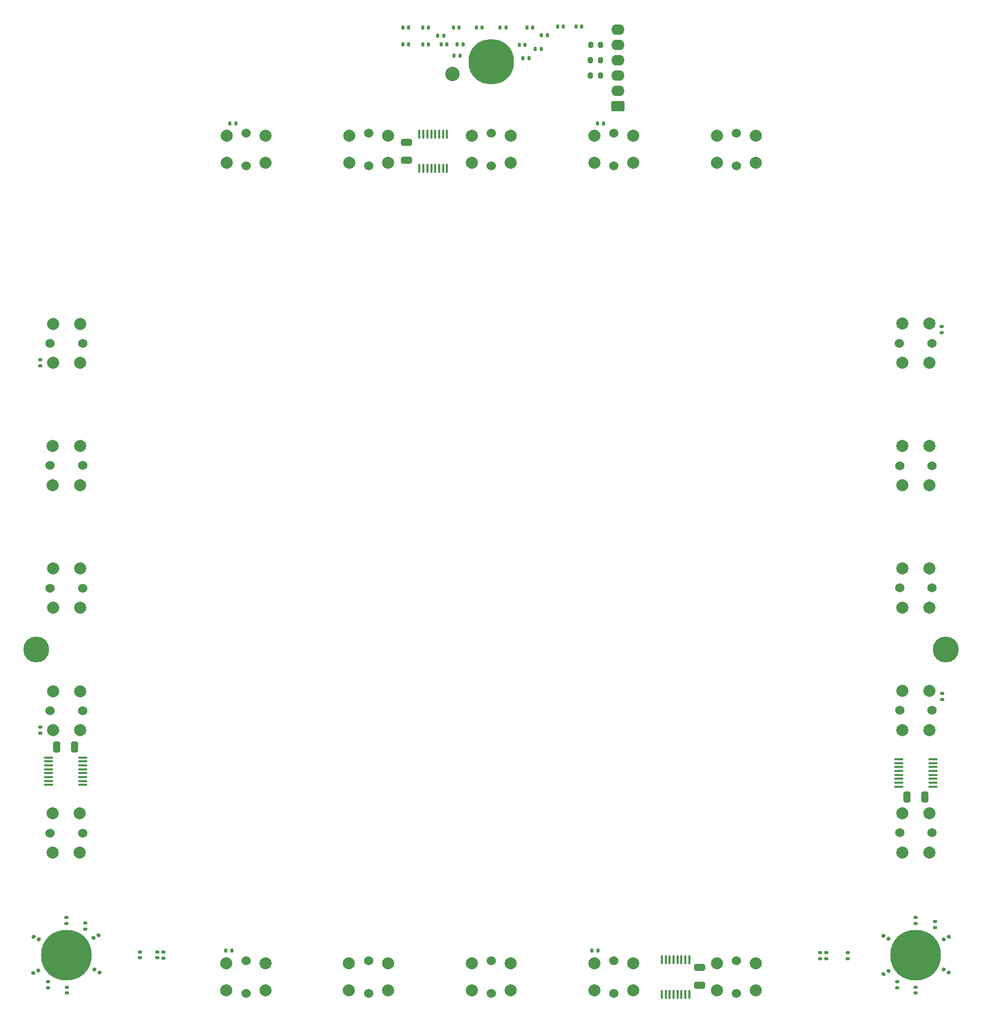
<source format=gbr>
%TF.GenerationSoftware,KiCad,Pcbnew,(6.0.9)*%
%TF.CreationDate,2023-01-21T08:26:38-09:00*%
%TF.ProjectId,DDI,4444492e-6b69-4636-9164-5f7063625858,rev?*%
%TF.SameCoordinates,Original*%
%TF.FileFunction,Soldermask,Top*%
%TF.FilePolarity,Negative*%
%FSLAX46Y46*%
G04 Gerber Fmt 4.6, Leading zero omitted, Abs format (unit mm)*
G04 Created by KiCad (PCBNEW (6.0.9)) date 2023-01-21 08:26:38*
%MOMM*%
%LPD*%
G01*
G04 APERTURE LIST*
G04 Aperture macros list*
%AMRoundRect*
0 Rectangle with rounded corners*
0 $1 Rounding radius*
0 $2 $3 $4 $5 $6 $7 $8 $9 X,Y pos of 4 corners*
0 Add a 4 corners polygon primitive as box body*
4,1,4,$2,$3,$4,$5,$6,$7,$8,$9,$2,$3,0*
0 Add four circle primitives for the rounded corners*
1,1,$1+$1,$2,$3*
1,1,$1+$1,$4,$5*
1,1,$1+$1,$6,$7*
1,1,$1+$1,$8,$9*
0 Add four rect primitives between the rounded corners*
20,1,$1+$1,$2,$3,$4,$5,0*
20,1,$1+$1,$4,$5,$6,$7,0*
20,1,$1+$1,$6,$7,$8,$9,0*
20,1,$1+$1,$8,$9,$2,$3,0*%
G04 Aperture macros list end*
%ADD10RoundRect,0.100000X0.100000X-0.637500X0.100000X0.637500X-0.100000X0.637500X-0.100000X-0.637500X0*%
%ADD11RoundRect,0.100000X-0.637500X-0.100000X0.637500X-0.100000X0.637500X0.100000X-0.637500X0.100000X0*%
%ADD12RoundRect,0.100000X0.637500X0.100000X-0.637500X0.100000X-0.637500X-0.100000X0.637500X-0.100000X0*%
%ADD13RoundRect,0.100000X-0.100000X0.637500X-0.100000X-0.637500X0.100000X-0.637500X0.100000X0.637500X0*%
%ADD14RoundRect,0.200000X-0.200000X-0.275000X0.200000X-0.275000X0.200000X0.275000X-0.200000X0.275000X0*%
%ADD15RoundRect,0.250000X-0.650000X0.325000X-0.650000X-0.325000X0.650000X-0.325000X0.650000X0.325000X0*%
%ADD16RoundRect,0.250000X0.325000X0.650000X-0.325000X0.650000X-0.325000X-0.650000X0.325000X-0.650000X0*%
%ADD17RoundRect,0.250000X0.650000X-0.325000X0.650000X0.325000X-0.650000X0.325000X-0.650000X-0.325000X0*%
%ADD18RoundRect,0.250000X-0.325000X-0.650000X0.325000X-0.650000X0.325000X0.650000X-0.325000X0.650000X0*%
%ADD19RoundRect,0.135000X-0.135000X-0.185000X0.135000X-0.185000X0.135000X0.185000X-0.135000X0.185000X0*%
%ADD20RoundRect,0.135000X-0.185000X0.135000X-0.185000X-0.135000X0.185000X-0.135000X0.185000X0.135000X0*%
%ADD21RoundRect,0.135000X0.185000X-0.135000X0.185000X0.135000X-0.185000X0.135000X-0.185000X-0.135000X0*%
%ADD22RoundRect,0.135000X0.135000X0.185000X-0.135000X0.185000X-0.135000X-0.185000X0.135000X-0.185000X0*%
%ADD23RoundRect,0.147500X0.147500X0.172500X-0.147500X0.172500X-0.147500X-0.172500X0.147500X-0.172500X0*%
%ADD24RoundRect,0.147500X-0.147500X-0.172500X0.147500X-0.172500X0.147500X0.172500X-0.147500X0.172500X0*%
%ADD25RoundRect,0.147500X0.172500X-0.147500X0.172500X0.147500X-0.172500X0.147500X-0.172500X-0.147500X0*%
%ADD26RoundRect,0.147500X0.213989X0.075639X-0.041489X0.223139X-0.213989X-0.075639X0.041489X-0.223139X0*%
%ADD27RoundRect,0.147500X0.041489X0.223139X-0.213989X0.075639X-0.041489X-0.223139X0.213989X-0.075639X0*%
%ADD28RoundRect,0.147500X-0.172500X0.147500X-0.172500X-0.147500X0.172500X-0.147500X0.172500X0.147500X0*%
%ADD29RoundRect,0.147500X-0.213989X-0.075639X0.041489X-0.223139X0.213989X0.075639X-0.041489X0.223139X0*%
%ADD30RoundRect,0.147500X-0.041489X-0.223139X0.213989X-0.075639X0.041489X0.223139X-0.213989X0.075639X0*%
%ADD31C,2.000000*%
%ADD32C,1.524000*%
%ADD33C,4.300000*%
%ADD34C,8.400000*%
%ADD35C,7.540752*%
%ADD36C,2.381250*%
%ADD37RoundRect,0.249999X0.845001X-0.620001X0.845001X0.620001X-0.845001X0.620001X-0.845001X-0.620001X0*%
%ADD38O,2.190000X1.740000*%
G04 APERTURE END LIST*
D10*
%TO.C,U1*%
X67214831Y-24874154D03*
X67864831Y-24874154D03*
X68514831Y-24874154D03*
X69164831Y-24874154D03*
X69814831Y-24874154D03*
X70464831Y-24874154D03*
X71114831Y-24874154D03*
X71764831Y-24874154D03*
X71764831Y-19149154D03*
X71114831Y-19149154D03*
X70464831Y-19149154D03*
X69814831Y-19149154D03*
X69164831Y-19149154D03*
X68514831Y-19149154D03*
X67864831Y-19149154D03*
X67214831Y-19149154D03*
%TD*%
D11*
%TO.C,U2*%
X5667331Y-122606654D03*
X5667331Y-123256654D03*
X5667331Y-123906654D03*
X5667331Y-124556654D03*
X5667331Y-125206654D03*
X5667331Y-125856654D03*
X5667331Y-126506654D03*
X5667331Y-127156654D03*
X11392331Y-127156654D03*
X11392331Y-126506654D03*
X11392331Y-125856654D03*
X11392331Y-125206654D03*
X11392331Y-124556654D03*
X11392331Y-123906654D03*
X11392331Y-123256654D03*
X11392331Y-122606654D03*
%TD*%
D12*
%TO.C,U3*%
X152362331Y-127436054D03*
X152362331Y-126786054D03*
X152362331Y-126136054D03*
X152362331Y-125486054D03*
X152362331Y-124836054D03*
X152362331Y-124186054D03*
X152362331Y-123536054D03*
X152362331Y-122886054D03*
X146637331Y-122886054D03*
X146637331Y-123536054D03*
X146637331Y-124186054D03*
X146637331Y-124836054D03*
X146637331Y-125486054D03*
X146637331Y-126136054D03*
X146637331Y-126786054D03*
X146637331Y-127436054D03*
%TD*%
D13*
%TO.C,U4*%
X111947631Y-156156754D03*
X111297631Y-156156754D03*
X110647631Y-156156754D03*
X109997631Y-156156754D03*
X109347631Y-156156754D03*
X108697631Y-156156754D03*
X108047631Y-156156754D03*
X107397631Y-156156754D03*
X107397631Y-161881754D03*
X108047631Y-161881754D03*
X108697631Y-161881754D03*
X109347631Y-161881754D03*
X109997631Y-161881754D03*
X110647631Y-161881754D03*
X111297631Y-161881754D03*
X111947631Y-161881754D03*
%TD*%
D14*
%TO.C,R1*%
X95610066Y-4325914D03*
X97260066Y-4325914D03*
%TD*%
%TO.C,R2*%
X95547066Y-6865914D03*
X97197066Y-6865914D03*
%TD*%
%TO.C,R3*%
X95547066Y-9405914D03*
X97197066Y-9405914D03*
%TD*%
D15*
%TO.C,C1*%
X65044831Y-20536654D03*
X65044831Y-23486654D03*
%TD*%
D16*
%TO.C,C2*%
X10004831Y-120817654D03*
X7054831Y-120817654D03*
%TD*%
D17*
%TO.C,C3*%
X113685831Y-160392654D03*
X113685831Y-157442654D03*
%TD*%
D18*
%TO.C,C4*%
X148024831Y-129136154D03*
X150974831Y-129136154D03*
%TD*%
D19*
%TO.C,R4*%
X35769331Y-17376154D03*
X36789331Y-17376154D03*
%TD*%
%TO.C,R5*%
X96729331Y-17376154D03*
X97749331Y-17376154D03*
%TD*%
D20*
%TO.C,R6*%
X153817831Y-51092654D03*
X153817831Y-52112654D03*
%TD*%
%TO.C,R7*%
X153881331Y-111925654D03*
X153881331Y-112945654D03*
%TD*%
D19*
%TO.C,R8*%
X35070831Y-154663154D03*
X36090831Y-154663154D03*
%TD*%
%TO.C,R9*%
X95776831Y-154663154D03*
X96796831Y-154663154D03*
%TD*%
D21*
%TO.C,R10*%
X4338831Y-57637154D03*
X4338831Y-56617154D03*
%TD*%
%TO.C,R11*%
X4338831Y-118597154D03*
X4338831Y-117577154D03*
%TD*%
D22*
%TO.C,R12*%
X71271831Y-2834654D03*
X70251831Y-2834654D03*
%TD*%
%TO.C,R13*%
X73936831Y-6136654D03*
X72916831Y-6136654D03*
%TD*%
D19*
%TO.C,R14*%
X87394831Y-2707654D03*
X88414831Y-2707654D03*
%TD*%
%TO.C,R15*%
X86378831Y-4993654D03*
X87398831Y-4993654D03*
%TD*%
D20*
%TO.C,R16*%
X5608831Y-159804654D03*
X5608831Y-160824654D03*
%TD*%
D21*
%TO.C,R17*%
X11831831Y-151045654D03*
X11831831Y-150025654D03*
%TD*%
%TO.C,R18*%
X24785831Y-155871654D03*
X24785831Y-154851654D03*
%TD*%
D20*
%TO.C,R19*%
X146451831Y-159804654D03*
X146451831Y-160824654D03*
%TD*%
D21*
%TO.C,R20*%
X152674831Y-150791654D03*
X152674831Y-149771654D03*
%TD*%
%TO.C,R21*%
X133624831Y-155998654D03*
X133624831Y-154978654D03*
%TD*%
D23*
%TO.C,D1*%
X65402831Y-1437654D03*
X64432831Y-1437654D03*
%TD*%
%TO.C,D2*%
X68704831Y-1437654D03*
X67734831Y-1437654D03*
%TD*%
%TO.C,D3*%
X73807831Y-1437654D03*
X72837831Y-1437654D03*
%TD*%
%TO.C,D4*%
X77594831Y-1437654D03*
X76624831Y-1437654D03*
%TD*%
%TO.C,D5*%
X65402831Y-4231654D03*
X64432831Y-4231654D03*
%TD*%
%TO.C,D6*%
X68704831Y-4231654D03*
X67734831Y-4231654D03*
%TD*%
%TO.C,D7*%
X71775831Y-4231654D03*
X70805831Y-4231654D03*
%TD*%
%TO.C,D8*%
X74442831Y-4231654D03*
X73472831Y-4231654D03*
%TD*%
D24*
%TO.C,D9*%
X93134831Y-1310654D03*
X94104831Y-1310654D03*
%TD*%
%TO.C,D10*%
X90086831Y-1310654D03*
X91056831Y-1310654D03*
%TD*%
%TO.C,D11*%
X85006831Y-1437654D03*
X85976831Y-1437654D03*
%TD*%
%TO.C,D12*%
X80561831Y-1437654D03*
X81531831Y-1437654D03*
%TD*%
%TO.C,D13*%
X84371831Y-6517654D03*
X85341831Y-6517654D03*
%TD*%
D23*
%TO.C,D14*%
X84706831Y-4358654D03*
X83736831Y-4358654D03*
%TD*%
D25*
%TO.C,D17*%
X8656831Y-150131654D03*
X8656831Y-149161654D03*
%TD*%
D26*
%TO.C,D18*%
X4123853Y-152810154D03*
X3283809Y-152325154D03*
%TD*%
D27*
%TO.C,D19*%
X3996853Y-157913154D03*
X3156809Y-158398154D03*
%TD*%
D28*
%TO.C,D20*%
X8783831Y-160718654D03*
X8783831Y-161688654D03*
%TD*%
D29*
%TO.C,D21*%
X13316809Y-157786154D03*
X14156853Y-158271154D03*
%TD*%
D30*
%TO.C,D22*%
X13189809Y-152556154D03*
X14029853Y-152071154D03*
%TD*%
D25*
%TO.C,D23*%
X20848831Y-155846654D03*
X20848831Y-154876654D03*
%TD*%
%TO.C,D24*%
X23769831Y-155846654D03*
X23769831Y-154876654D03*
%TD*%
%TO.C,D25*%
X149499831Y-150131654D03*
X149499831Y-149161654D03*
%TD*%
D26*
%TO.C,D26*%
X144966853Y-152683154D03*
X144126809Y-152198154D03*
%TD*%
D27*
%TO.C,D27*%
X144966853Y-158040154D03*
X144126809Y-158525154D03*
%TD*%
D28*
%TO.C,D28*%
X149499831Y-160718654D03*
X149499831Y-161688654D03*
%TD*%
D29*
%TO.C,D29*%
X154159809Y-157786154D03*
X154999853Y-158271154D03*
%TD*%
D30*
%TO.C,D30*%
X154159809Y-152810154D03*
X154999853Y-152325154D03*
%TD*%
D25*
%TO.C,D31*%
X138196831Y-155973654D03*
X138196831Y-155003654D03*
%TD*%
%TO.C,D32*%
X134640831Y-155973654D03*
X134640831Y-155003654D03*
%TD*%
D31*
%TO.C,SW1*%
X35215706Y-23933554D03*
X41715706Y-23933554D03*
X35215706Y-19433554D03*
X41715706Y-19433554D03*
D32*
X38465706Y-18983554D03*
X38465706Y-24383554D03*
%TD*%
D31*
%TO.C,SW2*%
X55535706Y-23933554D03*
X62035706Y-23933554D03*
X55535706Y-19433554D03*
X62035706Y-19433554D03*
D32*
X58785706Y-18983554D03*
X58785706Y-24383554D03*
%TD*%
D31*
%TO.C,SW3*%
X75855706Y-23933554D03*
X82355706Y-23933554D03*
X75855706Y-19433554D03*
X82355706Y-19433554D03*
D32*
X79105706Y-18983554D03*
X79105706Y-24383554D03*
%TD*%
D31*
%TO.C,SW4*%
X96175706Y-23933554D03*
X102675706Y-23933554D03*
X96175706Y-19433554D03*
X102675706Y-19433554D03*
D32*
X99425706Y-18983554D03*
X99425706Y-24383554D03*
%TD*%
D31*
%TO.C,SW5*%
X116495706Y-23933554D03*
X122995706Y-23933554D03*
X116495706Y-19433554D03*
X122995706Y-19433554D03*
D32*
X119745706Y-18983554D03*
X119745706Y-24383554D03*
%TD*%
D31*
%TO.C,SW6*%
X147238206Y-50599354D03*
X147238206Y-57099354D03*
X151738206Y-50599354D03*
X151738206Y-57099354D03*
D32*
X152188206Y-53849354D03*
X146788206Y-53849354D03*
%TD*%
D31*
%TO.C,SW7*%
X147260431Y-70932054D03*
X147260431Y-77432054D03*
X151760431Y-70932054D03*
X151760431Y-77432054D03*
D32*
X152210431Y-74182054D03*
X146810431Y-74182054D03*
%TD*%
D31*
%TO.C,SW8*%
X147260431Y-91226654D03*
X147260431Y-97726654D03*
X151760431Y-91226654D03*
X151760431Y-97726654D03*
D32*
X152210431Y-94476654D03*
X146810431Y-94476654D03*
%TD*%
D31*
%TO.C,SW9*%
X147260431Y-111549054D03*
X147260431Y-118049054D03*
X151760431Y-111549054D03*
X151760431Y-118049054D03*
D32*
X152210431Y-114799054D03*
X146810431Y-114799054D03*
%TD*%
D31*
%TO.C,SW10*%
X147260431Y-131866654D03*
X147260431Y-138366654D03*
X151760431Y-131866654D03*
X151760431Y-138366654D03*
D32*
X152210431Y-135116654D03*
X146810431Y-135116654D03*
%TD*%
D31*
%TO.C,SW11*%
X35203006Y-161271354D03*
X41703006Y-161271354D03*
X35203006Y-156771354D03*
X41703006Y-156771354D03*
D32*
X38453006Y-156321354D03*
X38453006Y-161721354D03*
%TD*%
D31*
%TO.C,SW12*%
X55523006Y-161271354D03*
X62023006Y-161271354D03*
X55523006Y-156771354D03*
X62023006Y-156771354D03*
D32*
X58773006Y-156321354D03*
X58773006Y-161721354D03*
%TD*%
D31*
%TO.C,SW13*%
X75868406Y-161271354D03*
X82368406Y-161271354D03*
X75868406Y-156771354D03*
X82368406Y-156771354D03*
D32*
X79118406Y-156321354D03*
X79118406Y-161721354D03*
%TD*%
D31*
%TO.C,SW14*%
X96188406Y-161271354D03*
X102688406Y-161271354D03*
X96188406Y-156771354D03*
X102688406Y-156771354D03*
D32*
X99438406Y-156321354D03*
X99438406Y-161721354D03*
%TD*%
D31*
%TO.C,SW15*%
X116508406Y-161271354D03*
X123008406Y-161271354D03*
X116508406Y-156771354D03*
X123008406Y-156771354D03*
D32*
X119758406Y-156321354D03*
X119758406Y-161721354D03*
%TD*%
D31*
%TO.C,SW16*%
X10950206Y-57127154D03*
X10950206Y-50627154D03*
X6450206Y-57127154D03*
X6450206Y-50627154D03*
D32*
X6000206Y-53877154D03*
X11400206Y-53877154D03*
%TD*%
D31*
%TO.C,SW17*%
X10924806Y-77396354D03*
X10924806Y-70896354D03*
X6424806Y-77396354D03*
X6424806Y-70896354D03*
D32*
X5974806Y-74146354D03*
X11374806Y-74146354D03*
%TD*%
D31*
%TO.C,SW18*%
X10950206Y-97741754D03*
X10950206Y-91241754D03*
X6450206Y-97741754D03*
X6450206Y-91241754D03*
D32*
X6000206Y-94491754D03*
X11400206Y-94491754D03*
%TD*%
D31*
%TO.C,SW19*%
X10934331Y-118087154D03*
X10934331Y-111587154D03*
X6434331Y-118087154D03*
X6434331Y-111587154D03*
D32*
X5984331Y-114837154D03*
X11384331Y-114837154D03*
%TD*%
D31*
%TO.C,SW20*%
X10899406Y-138381754D03*
X10899406Y-131881754D03*
X6399406Y-138381754D03*
X6399406Y-131881754D03*
D32*
X5949406Y-135131754D03*
X11349406Y-135131754D03*
%TD*%
D33*
%TO.C,MK6*%
X154497285Y-104650554D03*
%TD*%
%TO.C,MK3*%
X3691127Y-104650554D03*
%TD*%
D34*
%TO.C,SWE3*%
X149499831Y-155361654D03*
%TD*%
%TO.C,SWE2*%
X8688581Y-155361654D03*
%TD*%
D35*
%TO.C,SWE1*%
X79094206Y-7114554D03*
D36*
X72668506Y-9202354D03*
D35*
X79094206Y-7114554D03*
%TD*%
D37*
%TO.C,J1*%
X100118066Y-14485914D03*
D38*
X100118066Y-11945914D03*
X100118066Y-9405914D03*
X100118066Y-6865914D03*
X100118066Y-4325914D03*
X100118066Y-1785914D03*
%TD*%
M02*

</source>
